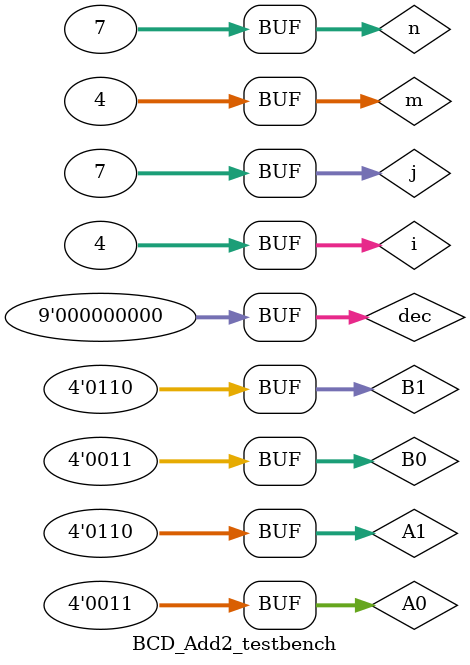
<source format=sv>
module BCD_Add2(input logic [3:0]A0,A1,B0,B1,output logic [8:0]dec);
    logic [4:0]T0,T1,Z0,Z1;
    logic C1,C2;
    always_comb
	 begin
        T0 = A0[3:0] + B0[3:0]; 
            
        if (T0 > 5'h9) 
        begin
        Z0 = 5'h10;
        C1 = 1'h1;
        end
        else
        begin
        Z0 = 5'h0;
        C1 = 1'h0;
        end

        dec[3:0] = T0 - Z0;
        T1 = A1[3:0] + B1[3:0] + C1;
          
        if (T1 > 5'h9)
        begin
        Z1 = 5'h10;
        C2 = 1'h1;
        end
        else
        begin
        Z1 = 5'h0;
        C2 = 1'h0;
        end
        dec[7:4] = T1 - Z1;
        dec[8] = C2;
	end
endmodule

module BCD_Add2_testbench();
    logic [3:0]A0,A1,B0,B1;
    logic [8:0]dec;
    integer i,j,m,n;

    BCD_Add2 DUT(A0,A1,B0,B1,dec);
    initial 
    begin
        $display("A0:A1:B0:B1    dec");    
    end

    initial 
    begin
        i = 0;j = 0;m = 0;n = 0;
        A0 = 4'h0;A1 = 4'h0;B0 = 4'h0;B1 = 4'h0;dec = 4'h0;
        for(i = 0; i < 4; i++)
        begin
            $monitor("%h%h%h%h       %b",A0,A1,B0,B1,dec);
            A0 = i;#10;
            for(j = 0; j < 7; j++)
            begin
                $monitor("%h%h%h%h       %b",A0,A1,B0,B1,dec);
                A1 = j;#10;
                for(m = 0; m < 4; m++)
                begin
                    $monitor("%h%h%h%h       %b",A0,A1,B0,B1,dec);
                    B0 = m;#10;
                    for(n = 0; n < 7; n++)
                    begin
                        $monitor("%h%h%h%h       %b",A0,A1,B0,B1,dec);
                        B1 = n;#10;
                        //assert(dec == i + j * 10 + m + n * 10);
                    end
                end
            end
        end
    end
endmodule
</source>
